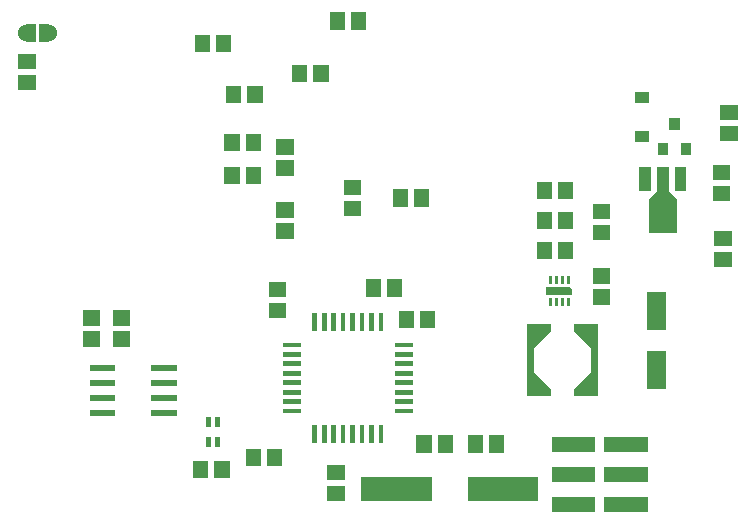
<source format=gbr>
G04 start of page 10 for group -4015 idx -4015 *
G04 Title: (unknown), toppaste *
G04 Creator: pcb 20110918 *
G04 CreationDate: Tue 05 Jan 2016 03:28:34 AM GMT UTC *
G04 For: railfan *
G04 Format: Gerber/RS-274X *
G04 PCB-Dimensions: 250000 175000 *
G04 PCB-Coordinate-Origin: lower left *
%MOIN*%
%FSLAX25Y25*%
%LNTOPPASTE*%
%ADD132R,0.0157X0.0157*%
%ADD131R,0.0500X0.0500*%
%ADD130R,0.0167X0.0167*%
%ADD129R,0.0300X0.0300*%
%ADD128C,0.0600*%
%ADD127R,0.0340X0.0340*%
%ADD126R,0.0200X0.0200*%
%ADD125R,0.0787X0.0787*%
%ADD124R,0.0142X0.0142*%
%ADD123R,0.0240X0.0240*%
%ADD122R,0.0098X0.0098*%
%ADD121R,0.0945X0.0945*%
%ADD120R,0.0378X0.0378*%
%ADD119R,0.0630X0.0630*%
%ADD118R,0.0360X0.0360*%
%ADD117C,0.0001*%
%ADD116R,0.0230X0.0230*%
%ADD115R,0.0512X0.0512*%
G54D115*X92150Y71457D02*X92936D01*
X92150Y78543D02*X92936D01*
G54D116*X198243Y65700D02*Y44300D01*
X192643Y65700D02*X198243D01*
X192643Y44300D02*X198243D01*
X176843Y65700D02*Y44300D01*
Y65700D02*X182443D01*
X176843Y44300D02*X182443D01*
G54D117*G36*
X193620Y66671D02*X199214Y61077D01*
X197093Y58956D01*
X191499Y64550D01*
X193620Y66671D01*
G37*
G36*
X191499Y45450D02*X197093Y51044D01*
X199214Y48923D01*
X193620Y43329D01*
X191499Y45450D01*
G37*
G36*
X175872Y61077D02*X181466Y66671D01*
X183587Y64550D01*
X177993Y58956D01*
X175872Y61077D01*
G37*
G36*
X177993Y51044D02*X183587Y45450D01*
X181466Y43329D01*
X175872Y48923D01*
X177993Y51044D01*
G37*
G36*
X195293Y66350D02*Y62750D01*
X198893D01*
Y66350D01*
X195293D01*
G37*
G36*
Y47250D02*Y43650D01*
X198893D01*
Y47250D01*
X195293D01*
G37*
G36*
X176193Y66350D02*Y62750D01*
X179793D01*
Y66350D01*
X176193D01*
G37*
G36*
Y47250D02*Y43650D01*
X179793D01*
Y47250D01*
X176193D01*
G37*
G54D115*X141414Y27393D02*Y26607D01*
X148500Y27393D02*Y26607D01*
X30107Y69043D02*X30893D01*
X30107Y61957D02*X30893D01*
X40107D02*X40893D01*
X40107Y69043D02*X40893D01*
X181500Y111893D02*Y111107D01*
X188586Y111893D02*Y111107D01*
X165543Y27393D02*Y26607D01*
X158457Y27393D02*Y26607D01*
X181457Y101893D02*Y101107D01*
X188543Y101893D02*Y101107D01*
X84457Y22893D02*Y22107D01*
X91543Y22893D02*Y22107D01*
X85043Y143893D02*Y143107D01*
X77957Y143893D02*Y143107D01*
X77414Y116893D02*Y116107D01*
X84500Y116893D02*Y116107D01*
X94607Y118957D02*X95393D01*
X94607Y126043D02*X95393D01*
X133457Y109393D02*Y108607D01*
X140543Y109393D02*Y108607D01*
X117107Y105414D02*X117893D01*
X117107Y112500D02*X117893D01*
X240107Y110457D02*X240893D01*
X240107Y117543D02*X240893D01*
G54D118*X213400Y129600D02*X214600D01*
X213400Y142500D02*X214600D01*
G54D115*X77414Y127893D02*Y127107D01*
X84500Y127893D02*Y127107D01*
G54D119*X219000Y54807D02*Y48508D01*
Y74492D02*Y68193D01*
G54D120*X226906Y117405D02*Y113311D01*
X221000Y117405D02*Y105595D01*
G54D121*Y103861D02*Y101971D01*
G54D117*G36*
X222885Y111426D02*X225725Y108586D01*
X224305Y107166D01*
X221465Y110006D01*
X222885Y111426D01*
G37*
G36*
X216275Y108586D02*X219115Y111426D01*
X220535Y110006D01*
X217695Y107166D01*
X216275Y108586D01*
G37*
G54D120*X215094Y117405D02*Y113311D01*
G54D115*X188586Y91893D02*Y91107D01*
X181500Y91893D02*Y91107D01*
X200150Y75957D02*X200936D01*
X200150Y83043D02*X200936D01*
X200150Y97457D02*X200936D01*
X200150Y104543D02*X200936D01*
G54D122*X189488Y82528D02*Y80756D01*
X187519Y82528D02*Y80756D01*
X185551Y82528D02*Y80756D01*
X183582Y82528D02*Y80756D01*
Y75244D02*Y73472D01*
X185551Y75244D02*Y73472D01*
X187519Y75244D02*Y73472D01*
X189488Y75244D02*Y73472D01*
G54D123*X183405Y78000D02*X188681D01*
G54D124*X182913Y77508D02*X190157D01*
G54D117*G36*
X188797Y78117D02*X189881Y79201D01*
X190865Y78217D01*
X189781Y77133D01*
X188797Y78117D01*
G37*
G54D115*X124457Y79393D02*Y78607D01*
X131543Y79393D02*Y78607D01*
X135457Y68893D02*Y68107D01*
X142543Y68893D02*Y68107D01*
X99957Y150893D02*Y150107D01*
X107043Y150893D02*Y150107D01*
X242607Y137543D02*X243393D01*
X242607Y130457D02*X243393D01*
G54D125*X159843Y12000D02*X175591D01*
X124409D02*X140157D01*
G54D115*X111607Y10457D02*X112393D01*
X111607Y17543D02*X112393D01*
G54D126*X51500Y37500D02*X58000D01*
X51500Y42500D02*X58000D01*
X51500Y47500D02*X58000D01*
X51500Y52500D02*X58000D01*
X31000D02*X37500D01*
X31000Y47500D02*X37500D01*
X31000Y42500D02*X37500D01*
X31000Y37500D02*X37500D01*
G54D115*X240650Y88457D02*X241436D01*
X240650Y95543D02*X241436D01*
X94607Y97957D02*X95393D01*
X94607Y105043D02*X95393D01*
X112457Y168393D02*Y167607D01*
X119543Y168393D02*Y167607D01*
X74543Y160893D02*Y160107D01*
X67457Y160893D02*Y160107D01*
G54D127*X221000Y125800D02*Y125200D01*
X228800Y125800D02*Y125200D01*
X224900Y134000D02*Y133400D01*
G54D128*X9100Y164000D03*
G54D129*X10600Y165500D02*Y162500D01*
G54D128*X15900Y164000D03*
G54D129*X14400Y165500D02*Y162500D01*
G54D115*X8607Y147457D02*X9393D01*
X8607Y154543D02*X9393D01*
G54D130*X72575Y35283D02*Y33413D01*
X69425Y35283D02*Y33413D01*
Y28587D02*Y26717D01*
X72575Y28587D02*Y26717D01*
G54D115*X66957Y18893D02*Y18107D01*
X74043Y18893D02*Y18107D01*
G54D131*X186516Y27000D02*X196004D01*
X186516Y17000D02*X196004D01*
X186516Y7000D02*X196004D01*
X203996D02*X213484D01*
X203996Y17000D02*X213484D01*
X203996Y27000D02*X213484D01*
G54D132*X104977Y32434D02*Y28008D01*
X108126Y32434D02*Y28008D01*
X111276Y32434D02*Y28008D01*
X114425Y32434D02*Y28008D01*
X117575Y32434D02*Y28008D01*
X120725Y32434D02*Y28008D01*
X123874Y32434D02*Y28008D01*
X127024Y32434D02*Y28008D01*
X132566Y37977D02*X136992D01*
X132566Y41126D02*X136992D01*
X132566Y44276D02*X136992D01*
X132566Y47425D02*X136992D01*
X132566Y50575D02*X136992D01*
X132566Y53725D02*X136992D01*
X132566Y56874D02*X136992D01*
X132566Y60024D02*X136992D01*
X127023Y69992D02*Y65566D01*
X123874Y69992D02*Y65566D01*
X120724Y69992D02*Y65566D01*
X117575Y69992D02*Y65566D01*
X114425Y69992D02*Y65566D01*
X111275Y69992D02*Y65566D01*
X108126Y69992D02*Y65566D01*
X104976Y69992D02*Y65566D01*
X95008Y60023D02*X99434D01*
X95008Y56874D02*X99434D01*
X95008Y53724D02*X99434D01*
X95008Y50575D02*X99434D01*
X95008Y47425D02*X99434D01*
X95008Y44275D02*X99434D01*
X95008Y41126D02*X99434D01*
X95008Y37976D02*X99434D01*
M02*

</source>
